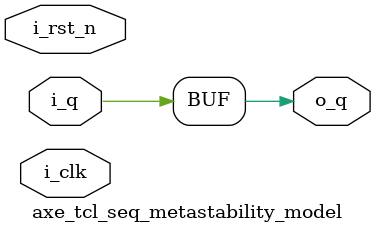
<source format=sv>

module axe_tcl_seq_metastability_model #(
  /// Reset Value
  parameter bit ResetValue = 0,
  /// The probability of metastability
  ///
  /// This follows the formula one metastability event every `1 / (Ratio+1)` cycles.
  parameter int unsigned Ratio = 99
)(
  /// Clock, positive edge triggered
  input  wire  i_clk,
  // doc async
  /// Asynchronous reset, active low
  input  wire  i_rst_n,
  // doc sync i_clk
  /// State input
  input  logic i_q,
  /// State output
  output logic o_q
);

  `ifndef SYNTHESIS
    logic reg_q2;

    always_ff @(posedge i_clk or negedge i_rst_n) begin
      if (!i_rst_n) reg_q2 <= ResetValue;
      else          reg_q2 <= i_q;
    end

    always_comb begin : proc_metastability_probability
      randcase
        Ratio : o_q = i_q;
        1     : o_q = reg_q2;
      endcase
    end

  `else
    assign o_q = i_q;
  `endif
endmodule

</source>
